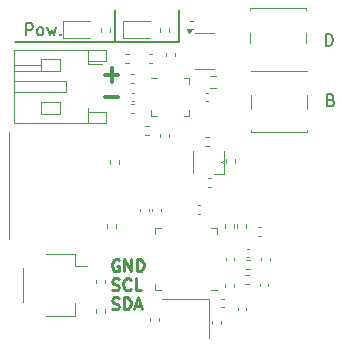
<source format=gto>
G04 #@! TF.GenerationSoftware,KiCad,Pcbnew,8.0.3*
G04 #@! TF.CreationDate,2024-06-06T22:58:07+02:00*
G04 #@! TF.ProjectId,ESP32-C3,45535033-322d-4433-932e-6b696361645f,rev?*
G04 #@! TF.SameCoordinates,Original*
G04 #@! TF.FileFunction,Legend,Top*
G04 #@! TF.FilePolarity,Positive*
%FSLAX46Y46*%
G04 Gerber Fmt 4.6, Leading zero omitted, Abs format (unit mm)*
G04 Created by KiCad (PCBNEW 8.0.3) date 2024-06-06 22:58:07*
%MOMM*%
%LPD*%
G01*
G04 APERTURE LIST*
%ADD10C,0.150000*%
%ADD11C,0.300000*%
%ADD12C,0.200000*%
%ADD13C,0.250000*%
%ADD14C,0.120000*%
G04 APERTURE END LIST*
D10*
X41600000Y12900000D02*
X33100000Y12900000D01*
X41600000Y12900000D02*
X47000000Y12900000D01*
X47000000Y12900000D02*
X47000000Y15600000D01*
X41600000Y15600000D02*
X41600000Y12900000D01*
D11*
X40754510Y10070600D02*
X41897368Y10070600D01*
X41325939Y9499172D02*
X41325939Y10642029D01*
X40754510Y8170600D02*
X41897368Y8170600D01*
D12*
X59903006Y7956591D02*
X60045863Y7908972D01*
X60045863Y7908972D02*
X60093482Y7861353D01*
X60093482Y7861353D02*
X60141101Y7766115D01*
X60141101Y7766115D02*
X60141101Y7623258D01*
X60141101Y7623258D02*
X60093482Y7528020D01*
X60093482Y7528020D02*
X60045863Y7480400D01*
X60045863Y7480400D02*
X59950625Y7432781D01*
X59950625Y7432781D02*
X59569673Y7432781D01*
X59569673Y7432781D02*
X59569673Y8432781D01*
X59569673Y8432781D02*
X59903006Y8432781D01*
X59903006Y8432781D02*
X59998244Y8385162D01*
X59998244Y8385162D02*
X60045863Y8337543D01*
X60045863Y8337543D02*
X60093482Y8242305D01*
X60093482Y8242305D02*
X60093482Y8147067D01*
X60093482Y8147067D02*
X60045863Y8051829D01*
X60045863Y8051829D02*
X59998244Y8004210D01*
X59998244Y8004210D02*
X59903006Y7956591D01*
X59903006Y7956591D02*
X59569673Y7956591D01*
X34069673Y13432781D02*
X34069673Y14432781D01*
X34069673Y14432781D02*
X34450625Y14432781D01*
X34450625Y14432781D02*
X34545863Y14385162D01*
X34545863Y14385162D02*
X34593482Y14337543D01*
X34593482Y14337543D02*
X34641101Y14242305D01*
X34641101Y14242305D02*
X34641101Y14099448D01*
X34641101Y14099448D02*
X34593482Y14004210D01*
X34593482Y14004210D02*
X34545863Y13956591D01*
X34545863Y13956591D02*
X34450625Y13908972D01*
X34450625Y13908972D02*
X34069673Y13908972D01*
X35212530Y13432781D02*
X35117292Y13480400D01*
X35117292Y13480400D02*
X35069673Y13528020D01*
X35069673Y13528020D02*
X35022054Y13623258D01*
X35022054Y13623258D02*
X35022054Y13908972D01*
X35022054Y13908972D02*
X35069673Y14004210D01*
X35069673Y14004210D02*
X35117292Y14051829D01*
X35117292Y14051829D02*
X35212530Y14099448D01*
X35212530Y14099448D02*
X35355387Y14099448D01*
X35355387Y14099448D02*
X35450625Y14051829D01*
X35450625Y14051829D02*
X35498244Y14004210D01*
X35498244Y14004210D02*
X35545863Y13908972D01*
X35545863Y13908972D02*
X35545863Y13623258D01*
X35545863Y13623258D02*
X35498244Y13528020D01*
X35498244Y13528020D02*
X35450625Y13480400D01*
X35450625Y13480400D02*
X35355387Y13432781D01*
X35355387Y13432781D02*
X35212530Y13432781D01*
X35879197Y14099448D02*
X36069673Y13432781D01*
X36069673Y13432781D02*
X36260149Y13908972D01*
X36260149Y13908972D02*
X36450625Y13432781D01*
X36450625Y13432781D02*
X36641101Y14099448D01*
X37022054Y13528020D02*
X37069673Y13480400D01*
X37069673Y13480400D02*
X37022054Y13432781D01*
X37022054Y13432781D02*
X36974435Y13480400D01*
X36974435Y13480400D02*
X37022054Y13528020D01*
X37022054Y13528020D02*
X37022054Y13432781D01*
X59469673Y12532781D02*
X59469673Y13532781D01*
X59469673Y13532781D02*
X59707768Y13532781D01*
X59707768Y13532781D02*
X59850625Y13485162D01*
X59850625Y13485162D02*
X59945863Y13389924D01*
X59945863Y13389924D02*
X59993482Y13294686D01*
X59993482Y13294686D02*
X60041101Y13104210D01*
X60041101Y13104210D02*
X60041101Y12961353D01*
X60041101Y12961353D02*
X59993482Y12770877D01*
X59993482Y12770877D02*
X59945863Y12675639D01*
X59945863Y12675639D02*
X59850625Y12580400D01*
X59850625Y12580400D02*
X59707768Y12532781D01*
X59707768Y12532781D02*
X59469673Y12532781D01*
D13*
X41926377Y-5592350D02*
X41831139Y-5544731D01*
X41831139Y-5544731D02*
X41688282Y-5544731D01*
X41688282Y-5544731D02*
X41545425Y-5592350D01*
X41545425Y-5592350D02*
X41450187Y-5687588D01*
X41450187Y-5687588D02*
X41402568Y-5782826D01*
X41402568Y-5782826D02*
X41354949Y-5973302D01*
X41354949Y-5973302D02*
X41354949Y-6116159D01*
X41354949Y-6116159D02*
X41402568Y-6306635D01*
X41402568Y-6306635D02*
X41450187Y-6401873D01*
X41450187Y-6401873D02*
X41545425Y-6497112D01*
X41545425Y-6497112D02*
X41688282Y-6544731D01*
X41688282Y-6544731D02*
X41783520Y-6544731D01*
X41783520Y-6544731D02*
X41926377Y-6497112D01*
X41926377Y-6497112D02*
X41973996Y-6449492D01*
X41973996Y-6449492D02*
X41973996Y-6116159D01*
X41973996Y-6116159D02*
X41783520Y-6116159D01*
X42402568Y-6544731D02*
X42402568Y-5544731D01*
X42402568Y-5544731D02*
X42973996Y-6544731D01*
X42973996Y-6544731D02*
X42973996Y-5544731D01*
X43450187Y-6544731D02*
X43450187Y-5544731D01*
X43450187Y-5544731D02*
X43688282Y-5544731D01*
X43688282Y-5544731D02*
X43831139Y-5592350D01*
X43831139Y-5592350D02*
X43926377Y-5687588D01*
X43926377Y-5687588D02*
X43973996Y-5782826D01*
X43973996Y-5782826D02*
X44021615Y-5973302D01*
X44021615Y-5973302D02*
X44021615Y-6116159D01*
X44021615Y-6116159D02*
X43973996Y-6306635D01*
X43973996Y-6306635D02*
X43926377Y-6401873D01*
X43926377Y-6401873D02*
X43831139Y-6497112D01*
X43831139Y-6497112D02*
X43688282Y-6544731D01*
X43688282Y-6544731D02*
X43450187Y-6544731D01*
X41354949Y-8107056D02*
X41497806Y-8154675D01*
X41497806Y-8154675D02*
X41735901Y-8154675D01*
X41735901Y-8154675D02*
X41831139Y-8107056D01*
X41831139Y-8107056D02*
X41878758Y-8059436D01*
X41878758Y-8059436D02*
X41926377Y-7964198D01*
X41926377Y-7964198D02*
X41926377Y-7868960D01*
X41926377Y-7868960D02*
X41878758Y-7773722D01*
X41878758Y-7773722D02*
X41831139Y-7726103D01*
X41831139Y-7726103D02*
X41735901Y-7678484D01*
X41735901Y-7678484D02*
X41545425Y-7630865D01*
X41545425Y-7630865D02*
X41450187Y-7583246D01*
X41450187Y-7583246D02*
X41402568Y-7535627D01*
X41402568Y-7535627D02*
X41354949Y-7440389D01*
X41354949Y-7440389D02*
X41354949Y-7345151D01*
X41354949Y-7345151D02*
X41402568Y-7249913D01*
X41402568Y-7249913D02*
X41450187Y-7202294D01*
X41450187Y-7202294D02*
X41545425Y-7154675D01*
X41545425Y-7154675D02*
X41783520Y-7154675D01*
X41783520Y-7154675D02*
X41926377Y-7202294D01*
X42926377Y-8059436D02*
X42878758Y-8107056D01*
X42878758Y-8107056D02*
X42735901Y-8154675D01*
X42735901Y-8154675D02*
X42640663Y-8154675D01*
X42640663Y-8154675D02*
X42497806Y-8107056D01*
X42497806Y-8107056D02*
X42402568Y-8011817D01*
X42402568Y-8011817D02*
X42354949Y-7916579D01*
X42354949Y-7916579D02*
X42307330Y-7726103D01*
X42307330Y-7726103D02*
X42307330Y-7583246D01*
X42307330Y-7583246D02*
X42354949Y-7392770D01*
X42354949Y-7392770D02*
X42402568Y-7297532D01*
X42402568Y-7297532D02*
X42497806Y-7202294D01*
X42497806Y-7202294D02*
X42640663Y-7154675D01*
X42640663Y-7154675D02*
X42735901Y-7154675D01*
X42735901Y-7154675D02*
X42878758Y-7202294D01*
X42878758Y-7202294D02*
X42926377Y-7249913D01*
X43831139Y-8154675D02*
X43354949Y-8154675D01*
X43354949Y-8154675D02*
X43354949Y-7154675D01*
X41354949Y-9717000D02*
X41497806Y-9764619D01*
X41497806Y-9764619D02*
X41735901Y-9764619D01*
X41735901Y-9764619D02*
X41831139Y-9717000D01*
X41831139Y-9717000D02*
X41878758Y-9669380D01*
X41878758Y-9669380D02*
X41926377Y-9574142D01*
X41926377Y-9574142D02*
X41926377Y-9478904D01*
X41926377Y-9478904D02*
X41878758Y-9383666D01*
X41878758Y-9383666D02*
X41831139Y-9336047D01*
X41831139Y-9336047D02*
X41735901Y-9288428D01*
X41735901Y-9288428D02*
X41545425Y-9240809D01*
X41545425Y-9240809D02*
X41450187Y-9193190D01*
X41450187Y-9193190D02*
X41402568Y-9145571D01*
X41402568Y-9145571D02*
X41354949Y-9050333D01*
X41354949Y-9050333D02*
X41354949Y-8955095D01*
X41354949Y-8955095D02*
X41402568Y-8859857D01*
X41402568Y-8859857D02*
X41450187Y-8812238D01*
X41450187Y-8812238D02*
X41545425Y-8764619D01*
X41545425Y-8764619D02*
X41783520Y-8764619D01*
X41783520Y-8764619D02*
X41926377Y-8812238D01*
X42354949Y-9764619D02*
X42354949Y-8764619D01*
X42354949Y-8764619D02*
X42593044Y-8764619D01*
X42593044Y-8764619D02*
X42735901Y-8812238D01*
X42735901Y-8812238D02*
X42831139Y-8907476D01*
X42831139Y-8907476D02*
X42878758Y-9002714D01*
X42878758Y-9002714D02*
X42926377Y-9193190D01*
X42926377Y-9193190D02*
X42926377Y-9336047D01*
X42926377Y-9336047D02*
X42878758Y-9526523D01*
X42878758Y-9526523D02*
X42831139Y-9621761D01*
X42831139Y-9621761D02*
X42735901Y-9717000D01*
X42735901Y-9717000D02*
X42593044Y-9764619D01*
X42593044Y-9764619D02*
X42354949Y-9764619D01*
X43307330Y-9478904D02*
X43783520Y-9478904D01*
X43212092Y-9764619D02*
X43545425Y-8764619D01*
X43545425Y-8764619D02*
X43878758Y-9764619D01*
D14*
G04 #@! TO.C,U5*
X49200000Y13660000D02*
X48400000Y13660000D01*
X49200000Y13660000D02*
X50000000Y13660000D01*
X49200000Y10540000D02*
X48400000Y10540000D01*
X49200000Y10540000D02*
X50000000Y10540000D01*
X47900000Y13610000D02*
X47660000Y13940000D01*
X48140000Y13940000D01*
X47900000Y13610000D01*
G36*
X47900000Y13610000D02*
G01*
X47660000Y13940000D01*
X48140000Y13940000D01*
X47900000Y13610000D01*
G37*
G04 #@! TO.C,C3*
X53840000Y-7592164D02*
X53840000Y-7807836D01*
X54560000Y-7592164D02*
X54560000Y-7807836D01*
G04 #@! TO.C,R3*
X40920000Y-2546359D02*
X40920000Y-2853641D01*
X41680000Y-2546359D02*
X41680000Y-2853641D01*
G04 #@! TO.C,C12*
X50587164Y-8890000D02*
X50802836Y-8890000D01*
X50587164Y-9610000D02*
X50802836Y-9610000D01*
G04 #@! TO.C,C5*
X48807836Y-940000D02*
X48592164Y-940000D01*
X48807836Y-1660000D02*
X48592164Y-1660000D01*
G04 #@! TO.C,R18*
X42753641Y11880000D02*
X42446359Y11880000D01*
X42753641Y11120000D02*
X42446359Y11120000D01*
G04 #@! TO.C,D5*
X42265000Y14635000D02*
X42265000Y13165000D01*
X42265000Y13165000D02*
X44550000Y13165000D01*
X44550000Y14635000D02*
X42265000Y14635000D01*
G04 #@! TO.C,C9*
X48207836Y14660000D02*
X47992164Y14660000D01*
X48207836Y13940000D02*
X47992164Y13940000D01*
G04 #@! TO.C,R16*
X45420000Y4796359D02*
X45420000Y5103641D01*
X46180000Y4796359D02*
X46180000Y5103641D01*
G04 #@! TO.C,U2*
X44690000Y6590000D02*
X44690000Y7065000D01*
X45165000Y9810000D02*
X44690000Y9810000D01*
X45165000Y6590000D02*
X44690000Y6590000D01*
X47435000Y9810000D02*
X47910000Y9810000D01*
X47435000Y6590000D02*
X47910000Y6590000D01*
X47910000Y9810000D02*
X47910000Y9335000D01*
X47910000Y6590000D02*
X47910000Y7065000D01*
G04 #@! TO.C,R10*
X40432500Y13746359D02*
X40432500Y14053641D01*
X41192500Y13746359D02*
X41192500Y14053641D01*
G04 #@! TO.C,C4*
X53990000Y-5392164D02*
X53990000Y-5607836D01*
X54710000Y-5392164D02*
X54710000Y-5607836D01*
G04 #@! TO.C,R13*
X49553641Y4780000D02*
X49246359Y4780000D01*
X49553641Y4020000D02*
X49246359Y4020000D01*
G04 #@! TO.C,C16*
X49855000Y-10762164D02*
X49855000Y-10977836D01*
X50575000Y-10762164D02*
X50575000Y-10977836D01*
G04 #@! TO.C,C11*
X43740000Y-1457836D02*
X43740000Y-1242164D01*
X44460000Y-1457836D02*
X44460000Y-1242164D01*
G04 #@! TO.C,R5*
X44446359Y11880000D02*
X44753641Y11880000D01*
X44446359Y11120000D02*
X44753641Y11120000D01*
G04 #@! TO.C,D1*
X48200000Y3600000D02*
X48200000Y1750000D01*
X50600000Y2700000D02*
X50800000Y2800000D01*
X50800000Y3600000D02*
X50800000Y1700000D01*
X50800000Y2600000D02*
X50600000Y2700000D01*
X50800000Y1700000D02*
X50025000Y1700000D01*
G04 #@! TO.C,C6*
X50940000Y-7642164D02*
X50940000Y-7857836D01*
X51660000Y-7642164D02*
X51660000Y-7857836D01*
G04 #@! TO.C,U1*
X32620000Y5210000D02*
X32620000Y-3790000D01*
G04 #@! TO.C,R14*
X51020000Y2646359D02*
X51020000Y2953641D01*
X51780000Y2646359D02*
X51780000Y2953641D01*
G04 #@! TO.C,R9*
X45420000Y13746359D02*
X45420000Y14053641D01*
X46180000Y13746359D02*
X46180000Y14053641D01*
G04 #@! TO.C,R11*
X43253641Y10180000D02*
X42946359Y10180000D01*
X43253641Y9420000D02*
X42946359Y9420000D01*
G04 #@! TO.C,SW1*
X53030000Y15700000D02*
X53030000Y15600000D01*
X53030000Y15700000D02*
X57770000Y15700000D01*
X53030000Y12800000D02*
X53030000Y13600000D01*
X57770000Y15700000D02*
X57770000Y15600000D01*
X57770000Y12800000D02*
X57770000Y13600000D01*
G04 #@! TO.C,C1*
X53957836Y-2840000D02*
X53742164Y-2840000D01*
X53957836Y-3560000D02*
X53742164Y-3560000D01*
G04 #@! TO.C,C20*
X49272164Y8560000D02*
X49487836Y8560000D01*
X49272164Y7840000D02*
X49487836Y7840000D01*
G04 #@! TO.C,R1*
X51970000Y-2853641D02*
X51970000Y-2546359D01*
X52730000Y-2853641D02*
X52730000Y-2546359D01*
G04 #@! TO.C,R7*
X40020000Y-7553641D02*
X40020000Y-7246359D01*
X40780000Y-7553641D02*
X40780000Y-7246359D01*
G04 #@! TO.C,C15*
X51990000Y-9857836D02*
X51990000Y-9642164D01*
X52710000Y-9857836D02*
X52710000Y-9642164D01*
G04 #@! TO.C,L1*
X52953641Y-6870000D02*
X52646359Y-6870000D01*
X52953641Y-7630000D02*
X52646359Y-7630000D01*
G04 #@! TO.C,D4*
X37227500Y14635000D02*
X37227500Y13165000D01*
X37227500Y13165000D02*
X39512500Y13165000D01*
X39512500Y14635000D02*
X37227500Y14635000D01*
G04 #@! TO.C,R2*
X41170000Y2546359D02*
X41170000Y2853641D01*
X41930000Y2546359D02*
X41930000Y2853641D01*
G04 #@! TO.C,R15*
X49662742Y10022500D02*
X50137258Y10022500D01*
X49662742Y8977500D02*
X50137258Y8977500D01*
G04 #@! TO.C,R8*
X40020000Y-9746359D02*
X40020000Y-10053641D01*
X40780000Y-9746359D02*
X40780000Y-10053641D01*
G04 #@! TO.C,R17*
X44453641Y5780000D02*
X44146359Y5780000D01*
X44453641Y5020000D02*
X44146359Y5020000D01*
G04 #@! TO.C,SW2*
X53100000Y5200000D02*
X53100000Y5400000D01*
X53130000Y8400000D02*
X53130000Y7200000D01*
X57870000Y10400000D02*
X53130000Y10400000D01*
X57870000Y8400000D02*
X57870000Y7200000D01*
X57870000Y5200000D02*
X53130000Y5200000D01*
X57870000Y5200000D02*
X57870000Y5400000D01*
G04 #@! TO.C,C21*
X43217836Y8560000D02*
X43002164Y8560000D01*
X43217836Y7840000D02*
X43002164Y7840000D01*
G04 #@! TO.C,C14*
X44740000Y-1457836D02*
X44740000Y-1242164D01*
X45460000Y-1457836D02*
X45460000Y-1242164D01*
G04 #@! TO.C,J2*
X33060000Y12160000D02*
X33060000Y6040000D01*
X33060000Y9600000D02*
X37420000Y9600000D01*
X33060000Y6040000D02*
X40880000Y6040000D01*
X35320000Y11400000D02*
X35320000Y10400000D01*
X35320000Y10900000D02*
X33060000Y10900000D01*
X35320000Y10400000D02*
X33060000Y10400000D01*
X35320000Y10400000D02*
X36920000Y10400000D01*
X35320000Y7800000D02*
X36920000Y7800000D01*
X35320000Y6800000D02*
X35320000Y7800000D01*
X36920000Y11400000D02*
X35320000Y11400000D01*
X36920000Y10400000D02*
X36920000Y11400000D01*
X36920000Y7800000D02*
X36920000Y6800000D01*
X36920000Y6800000D02*
X35320000Y6800000D01*
X37420000Y9600000D02*
X37420000Y8600000D01*
X37420000Y8600000D02*
X33060000Y8600000D01*
X39280000Y12160000D02*
X39280000Y11240000D01*
X39280000Y11240000D02*
X40880000Y11240000D01*
X39280000Y10960000D02*
X39280000Y11240000D01*
X39280000Y10960000D02*
X40495000Y10960000D01*
X39280000Y6960000D02*
X39280000Y7240000D01*
X39280000Y6040000D02*
X39280000Y6960000D01*
X40880000Y12160000D02*
X33060000Y12160000D01*
X40880000Y11240000D02*
X40880000Y12160000D01*
X40880000Y6960000D02*
X39280000Y6960000D01*
X40880000Y6040000D02*
X40880000Y6960000D01*
G04 #@! TO.C,R4*
X42936359Y7580000D02*
X43243641Y7580000D01*
X42936359Y6820000D02*
X43243641Y6820000D01*
G04 #@! TO.C,L2*
X53003641Y-5620000D02*
X52696359Y-5620000D01*
X53003641Y-6380000D02*
X52696359Y-6380000D01*
G04 #@! TO.C,C7*
X50990000Y-5392164D02*
X50990000Y-5607836D01*
X51710000Y-5392164D02*
X51710000Y-5607836D01*
G04 #@! TO.C,U3*
X44990000Y-2890000D02*
X44990000Y-3365000D01*
X44990000Y-8110000D02*
X44990000Y-7635000D01*
X45465000Y-2890000D02*
X44990000Y-2890000D01*
X45465000Y-8110000D02*
X44990000Y-8110000D01*
X49735000Y-2890000D02*
X50210000Y-2890000D01*
X49735000Y-8110000D02*
X50210000Y-8110000D01*
X50210000Y-2890000D02*
X50210000Y-3365000D01*
G04 #@! TO.C,C2*
X52742164Y-4640000D02*
X52957836Y-4640000D01*
X52742164Y-5360000D02*
X52957836Y-5360000D01*
G04 #@! TO.C,R12*
X49446359Y1380000D02*
X49753641Y1380000D01*
X49446359Y620000D02*
X49753641Y620000D01*
G04 #@! TO.C,R6*
X50920000Y-2853641D02*
X50920000Y-2546359D01*
X51680000Y-2853641D02*
X51680000Y-2546359D01*
G04 #@! TO.C,J1*
X33785000Y-6260000D02*
X33785000Y-9140000D01*
X35755000Y-5090000D02*
X38255000Y-5090000D01*
X35755000Y-10310000D02*
X38255000Y-10310000D01*
X38255000Y-5090000D02*
X38255000Y-6140000D01*
X38255000Y-6140000D02*
X39245000Y-6140000D01*
X38255000Y-10310000D02*
X38255000Y-9260000D01*
G04 #@! TO.C,C19*
X45940000Y11692164D02*
X45940000Y11907836D01*
X46660000Y11692164D02*
X46660000Y11907836D01*
G04 #@! TO.C,Y1*
X49600000Y-8900000D02*
X45600000Y-8900000D01*
X49600000Y-12200000D02*
X49600000Y-8900000D01*
G04 #@! TO.C,C17*
X44590000Y-10742835D02*
X44590000Y-10527163D01*
X45310000Y-10742835D02*
X45310000Y-10527163D01*
G04 #@! TD*
M02*

</source>
